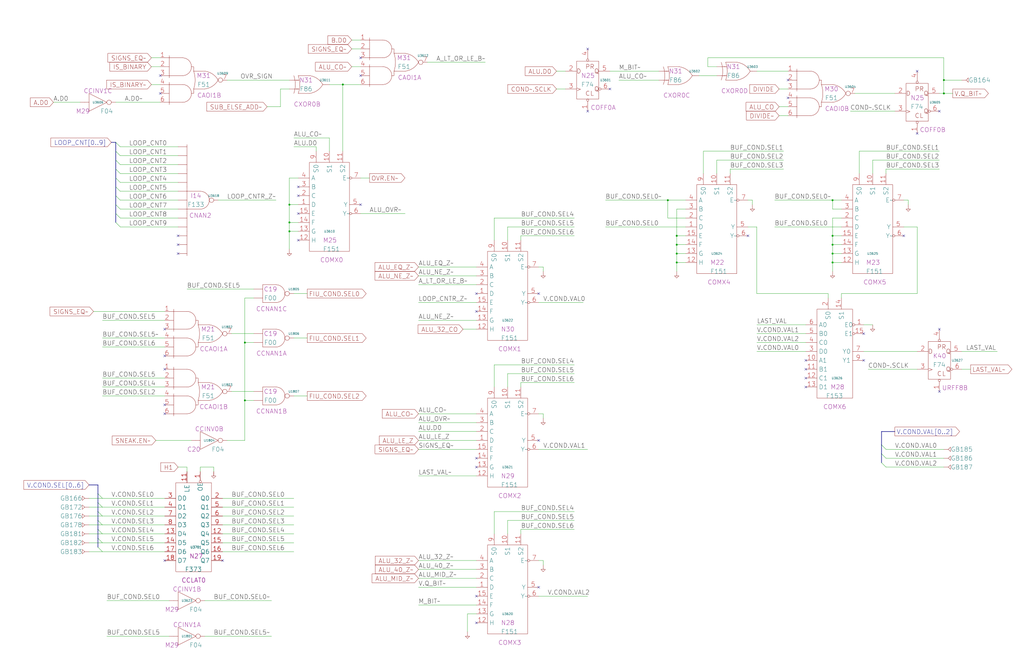
<source format=kicad_sch>
(kicad_sch (version 20230121) (generator eeschema)
  (paper "User" 584.2 378.46)
  (title_block (title "CONDITION LOGIC") (date "22-MAR-90") (rev "1.0") (comment 1 "VALUE") (comment 2 "232-003063") (comment 3 "S400") (comment 4 "RELEASED"))
  (lib_symbols
    (symbol "r1000:F00" (pin_numbers hide) (pin_names hide)
      (property "Reference" "U" (at 15.24 0 0))
      (property "Value" "F00" (at 1.905 -5.08 0))
      (property "Location" "___" (at 1.905 0 0))
      (property "Name" "______" (at 2.54 -12.7 0))
      (symbol "F00_1_1"
        (pin input line (at -7.62 0 0) (length 5.08) (name "D0") (number "1"))
        (pin input line (at -7.62 -5.08 0) (length 5.08) (name "D1") (number "2"))
        (pin output line (at 15.24 -2.54 180) (length 2.54) (name "Q") (number "3"))
      )
      (symbol "F00_1_2"
        (pin input line (at -7.62 0 0) (length 2.54) (name "D0") (number "1"))
        (pin input line (at -7.62 -5.08 0) (length 2.54) (name "D1") (number "2"))
        (pin output line (at 15.24 -2.54 180) (length 5.08) (name "Q") (number "3"))
      )
    )
    (symbol "r1000:F04" (pin_numbers hide) (pin_names hide)
      (property "Reference" "U" (at 0 0 0))
      (property "Value" "F04" (at 1.27 -5.08 0))
      (property "Location" "___" (at -12.7 -5.08 0))
      (property "Name" "______" (at 0 5.08 0))
      (symbol "F04_1_1"
        (pin input line (at -10.16 0 0) (length 2.54) (name "D0") (number "1"))
        (pin output line (at 10.16 0 180) (length 2.54) (name "Q") (number "2"))
      )
    )
    (symbol "r1000:F133" (pin_numbers hide) (pin_names hide)
      (property "Reference" "U" (at 12.7 2.54 0))
      (property "Value" "F133" (at 2.54 -2.54 0))
      (property "Location" "___" (at 2.54 2.54 0))
      (property "Name" "______" (at 5.08 -10.16 0))
      (symbol "F133_1_1"
        (pin input line (at -7.62 0 0) (length 5.08) (name "D6") (number "1"))
        (pin input line (at -7.62 30.48 0) (length 5.08) (name "D0") (number "10"))
        (pin input line (at -7.62 25.4 0) (length 5.08) (name "D1") (number "11"))
        (pin input line (at -7.62 20.32 0) (length 5.08) (name "D2") (number "12"))
        (pin input line (at -7.62 15.24 0) (length 5.08) (name "D3") (number "13"))
        (pin input line (at -7.62 10.16 0) (length 5.08) (name "D4") (number "14"))
        (pin input line (at -7.62 5.08 0) (length 5.08) (name "D5") (number "15"))
        (pin input line (at -7.62 -5.08 0) (length 5.08) (name "D7") (number "2"))
        (pin input line (at -7.62 -10.16 0) (length 5.08) (name "D8") (number "3"))
        (pin input line (at -7.62 -15.24 0) (length 5.08) (name "D9") (number "4"))
        (pin input line (at -7.62 -20.32 0) (length 5.08) (name "D10") (number "5"))
        (pin input line (at -7.62 -25.4 0) (length 5.08) (name "D11") (number "6"))
        (pin input line (at -7.62 -30.48 0) (length 5.08) (name "D12") (number "7"))
        (pin output line (at 15.24 0 180) (length 2.54) (name "Q") (number "8"))
      )
    )
    (symbol "r1000:F151" (pin_names (offset 1.016))
      (property "Reference" "U" (at 2.54 5.08 0))
      (property "Value" "F151" (at -1.27 -5.08 0))
      (property "Location" "___" (at -1.27 0 0))
      (property "Name" "______" (at 3.81 -12.7 0))
      (symbol "F151_1_1"
        (pin input line (at -15.24 20.32 0) (length 6.35) (name "D") (number "1"))
        (pin input line (at 2.54 50.8 270) (length 6.35) (name "S1") (number "10"))
        (pin input line (at 10.16 50.8 270) (length 6.35) (name "S2") (number "11"))
        (pin input line (at -15.24 0 0) (length 6.35) (name "H") (number "12"))
        (pin input line (at -15.24 5.08 0) (length 6.35) (name "G") (number "13"))
        (pin input line (at -15.24 10.16 0) (length 6.35) (name "F") (number "14"))
        (pin input line (at -15.24 15.24 0) (length 6.35) (name "E") (number "15"))
        (pin input line (at -15.24 25.4 0) (length 6.35) (name "C") (number "2"))
        (pin input line (at -15.24 30.48 0) (length 6.35) (name "B") (number "3"))
        (pin input line (at -15.24 35.56 0) (length 6.35) (name "A") (number "4"))
        (pin output line (at 20.32 20.32 180) (length 6.35) (name "Y") (number "5"))
        (pin output line (at 20.32 15.24 180) (length 5.08) (name "Y~") (number "6"))
        (pin input line (at 20.32 35.56 180) (length 5.08) (name "E~") (number "7"))
        (pin input line (at -5.08 50.8 270) (length 6.35) (name "S0") (number "9"))
      )
    )
    (symbol "r1000:F153" (pin_names (offset 1.016))
      (property "Reference" "U" (at 2.54 5.08 0))
      (property "Value" "F153" (at -3.81 -5.08 0))
      (property "Location" "___" (at -1.27 0 0))
      (property "Name" "______" (at 1.27 -12.7 0))
      (symbol "F153_1_1"
        (pin input line (at 17.78 35.56 180) (length 5.08) (name "E0") (number "1"))
        (pin input line (at -15.24 15.24 0) (length 6.35) (name "A1") (number "10"))
        (pin input line (at -15.24 10.16 0) (length 6.35) (name "B1") (number "11"))
        (pin input line (at -15.24 5.08 0) (length 6.35) (name "C1") (number "12"))
        (pin input line (at -15.24 0 0) (length 6.35) (name "D1") (number "13"))
        (pin input line (at 5.08 50.8 270) (length 6.35) (name "S1") (number "14"))
        (pin input line (at 17.78 30.48 180) (length 5.08) (name "E1") (number "15"))
        (pin input line (at -2.54 50.8 270) (length 6.35) (name "S0") (number "2"))
        (pin input line (at -15.24 20.32 0) (length 6.35) (name "D0") (number "3"))
        (pin input line (at -15.24 25.4 0) (length 6.35) (name "C0") (number "4"))
        (pin input line (at -15.24 30.48 0) (length 6.35) (name "B0") (number "5"))
        (pin input line (at -15.24 35.56 0) (length 6.35) (name "A0") (number "6"))
        (pin output line (at 17.78 20.32 180) (length 6.35) (name "Y0") (number "7"))
        (pin output line (at 17.78 15.24 180) (length 6.35) (name "Y1") (number "9"))
      )
    )
    (symbol "r1000:F373" (pin_names (offset 1.016))
      (property "Reference" "U" (at 2.54 5.08 0))
      (property "Value" "F373" (at -3.81 -7.62 0))
      (property "Location" "___" (at -1.27 0 0))
      (property "Name" "______" (at 1.27 -15.24 0))
      (symbol "F373_1_1"
        (pin input line (at 5.08 48.26 270) (length 5.08) (name "OE") (number "1"))
        (pin input line (at -2.54 48.26 270) (length 6.35) (name "LE") (number "11"))
        (pin tri_state line (at 17.78 12.7 180) (length 6.35) (name "Q4") (number "12"))
        (pin input line (at -15.24 12.7 0) (length 6.35) (name "D4") (number "13"))
        (pin input line (at -15.24 7.62 0) (length 6.35) (name "D5") (number "14"))
        (pin tri_state line (at 17.78 7.62 180) (length 6.35) (name "Q5") (number "15"))
        (pin tri_state line (at 17.78 2.54 180) (length 6.35) (name "Q6") (number "16"))
        (pin input line (at -15.24 2.54 0) (length 6.35) (name "D6") (number "17"))
        (pin input line (at -15.24 -2.54 0) (length 6.35) (name "D7") (number "18"))
        (pin tri_state line (at 17.78 -2.54 180) (length 6.35) (name "Q7") (number "19"))
        (pin tri_state line (at 17.78 33.02 180) (length 6.35) (name "Q0") (number "2"))
        (pin input line (at -15.24 33.02 0) (length 6.35) (name "D0") (number "3"))
        (pin input line (at -15.24 27.94 0) (length 6.35) (name "D1") (number "4"))
        (pin tri_state line (at 17.78 27.94 180) (length 6.35) (name "Q1") (number "5"))
        (pin tri_state line (at 17.78 22.86 180) (length 6.35) (name "Q2") (number "6"))
        (pin input line (at -15.24 22.86 0) (length 6.35) (name "D2") (number "7"))
        (pin input line (at -15.24 17.78 0) (length 6.35) (name "D3") (number "8"))
        (pin tri_state line (at 17.78 17.78 180) (length 6.35) (name "Q3") (number "9"))
      )
    )
    (symbol "r1000:F51" (pin_names hide)
      (property "Reference" "U" (at 12.7 1.27 0))
      (property "Value" "F51" (at 1.905 -5.08 0))
      (property "Location" "___" (at 1.905 0 0))
      (property "Name" "______" (at 5.08 -12.7 0))
      (symbol "F51_1_1"
        (pin input line (at -22.86 10.16 0) (length 2.54) (name "A1") (number "1"))
        (pin input line (at -22.86 5.08 0) (length 2.54) (name "A2") (number "2"))
        (pin input line (at -22.86 0 0) (length 2.54) (name "A3") (number "3"))
        (pin input line (at -22.86 -5.08 0) (length 2.54) (name "B1") (number "4"))
        (pin input line (at -22.86 -10.16 0) (length 2.54) (name "B2") (number "5"))
        (pin input line (at -22.86 -15.24 0) (length 2.54) (name "B3") (number "6"))
        (pin output line (at 15.24 -2.54 180) (length 2.54) (name "Q") (number "7"))
      )
    )
    (symbol "r1000:F74" (pin_names (offset 1.016) hide)
      (property "Reference" "U" (at 12.7 -2.54 0))
      (property "Value" "F74" (at -1.27 -5.08 0))
      (property "Location" "___" (at -1.27 0 0))
      (property "Name" "______" (at 11.43 -19.685 0))
      (symbol "F74_1_1"
        (text ">" (at -2.54 -7.62 0) (effects (font (size 2.54 2.54))))
        (text "C" (at 2.54 -10.16 0) (effects (font (size 2.54 2.54))))
        (text "D" (at -2.54 2.54 0) (effects (font (size 2.54 2.54))))
        (text "L" (at 5.08 -10.16 0) (effects (font (size 2.54 2.54))))
        (text "P" (at 2.54 5.08 0) (effects (font (size 2.54 2.54))))
        (text "Q" (at 7.62 -7.62 0) (effects (font (size 2.54 2.54))))
        (text "Q" (at 7.62 2.54 0) (effects (font (size 2.54 2.54))))
        (text "R" (at 5.08 5.08 0) (effects (font (size 2.54 2.54))))
        (pin input line (at 2.54 -20.32 90) (length 5.08) (name "CL_") (number "1"))
        (pin input line (at -10.16 2.54 0) (length 6.35) (name "D") (number "2"))
        (pin input line (at -10.16 -7.62 0) (length 6.35) (name "CLK") (number "3"))
        (pin input line (at 2.54 15.24 270) (length 5.08) (name "PR_") (number "4"))
        (pin output line (at 15.24 2.54 180) (length 6.35) (name "Q") (number "5"))
        (pin output line (at 15.24 -7.62 180) (length 5.08) (name "Q_") (number "6"))
      )
    )
    (symbol "r1000:F86" (pin_numbers hide) (pin_names hide)
      (property "Reference" "U" (at 12.7 2.54 0))
      (property "Value" "F86" (at 1.905 -2.54 0))
      (property "Location" "___" (at 1.905 2.54 0))
      (property "Name" "______" (at 2.54 -12.7 0))
      (symbol "F86_1_1"
        (pin input line (at -7.62 2.54 0) (length 5.08) (name "D0") (number "1"))
        (pin input line (at -7.62 -2.54 0) (length 5.08) (name "D1") (number "2"))
        (pin output line (at 15.24 0 180) (length 2.54) (name "Q") (number "3"))
      )
    )
    (symbol "r1000:GB" (pin_numbers hide) (pin_names (offset 0) hide)
      (property "Reference" "GB" (at 3.81 0 0))
      (symbol "GB_1_1"
        (pin bidirectional line (at 0 0 0) (length 2.54) (name "") (number "1"))
      )
    )
    (symbol "r1000:PD" (power) (pin_numbers hide) (pin_names hide) (in_bom no)
      (symbol "PD_1_1"
        (pin power_in line (at 0 0 270) (length 2.54) (name "PD") (number "1"))
      )
    )
  )
  (junction (at 386.08 149.86))
  (junction (at 381 114.3))
  (junction (at 538.48 53.34))
  (junction (at 139.7 195.58))
  (junction (at 195.58 48.26))
  (junction (at 139.7 228.6))
  (junction (at 538.48 45.72))
  (junction (at 386.08 134.62))
  (junction (at 386.08 139.7))
  (junction (at 474.98 149.86))
  (junction (at 165.1 132.08))
  (junction (at 474.98 114.3))
  (junction (at 474.98 144.78))
  (junction (at 165.1 127))
  (junction (at 474.98 139.7))
  (junction (at 474.98 134.62))
  (junction (at 165.1 116.84))
  (junction (at 386.08 144.78))
  (no_connect (at 459.74 210.82))
  (no_connect (at 271.78 266.7))
  (no_connect (at 523.24 40.64))
  (no_connect (at 271.78 177.8))
  (no_connect (at 515.62 134.62))
  (no_connect (at 93.98 320.04))
  (no_connect (at 535.94 63.5))
  (no_connect (at 335.28 27.94))
  (no_connect (at 101.6 139.7))
  (no_connect (at 93.98 187.96))
  (no_connect (at 347.98 50.8))
  (no_connect (at 271.78 261.62))
  (no_connect (at 205.74 116.84))
  (no_connect (at 93.98 231.14))
  (no_connect (at 205.74 43.18))
  (no_connect (at 127 320.04))
  (no_connect (at 205.74 33.02))
  (no_connect (at 523.24 76.2))
  (no_connect (at 459.74 215.9))
  (no_connect (at 449.58 55.88))
  (no_connect (at 459.74 205.74))
  (no_connect (at 101.6 144.78))
  (no_connect (at 271.78 340.36))
  (no_connect (at 307.34 335.28))
  (no_connect (at 170.18 111.76))
  (no_connect (at 91.44 53.34))
  (no_connect (at 93.98 203.2))
  (no_connect (at 93.98 210.82))
  (no_connect (at 535.94 187.96))
  (no_connect (at 170.18 137.16))
  (no_connect (at 535.94 223.52))
  (no_connect (at 93.98 236.22))
  (no_connect (at 307.34 251.46))
  (no_connect (at 492.76 205.74))
  (no_connect (at 170.18 121.92))
  (no_connect (at 492.76 190.5))
  (no_connect (at 449.58 45.72))
  (no_connect (at 459.74 220.98))
  (no_connect (at 271.78 167.64))
  (no_connect (at 101.6 134.62))
  (no_connect (at 335.28 63.5))
  (no_connect (at 307.34 167.64))
  (no_connect (at 271.78 355.6))
  (no_connect (at 426.72 134.62))
  (no_connect (at 170.18 106.68))
  (no_connect (at 91.44 43.18))
  (bus_entry (at 55.88 307.34) (size 2.54 2.54))
  (bus_entry (at 66.04 81.28) (size 2.54 2.54))
  (bus_entry (at 55.88 287.02) (size 2.54 2.54))
  (bus_entry (at 55.88 302.26) (size 2.54 2.54))
  (bus_entry (at 66.04 91.44) (size 2.54 2.54))
  (bus_entry (at 502.92 254) (size 2.54 2.54))
  (bus_entry (at 502.92 259.08) (size 2.54 2.54))
  (bus_entry (at 66.04 121.92) (size 2.54 2.54))
  (bus_entry (at 66.04 86.36) (size 2.54 2.54))
  (bus_entry (at 55.88 312.42) (size 2.54 2.54))
  (bus_entry (at 66.04 96.52) (size 2.54 2.54))
  (bus_entry (at 66.04 111.76) (size 2.54 2.54))
  (bus_entry (at 55.88 281.94) (size 2.54 2.54))
  (bus_entry (at 55.88 297.18) (size 2.54 2.54))
  (bus_entry (at 66.04 106.68) (size 2.54 2.54))
  (bus_entry (at 502.92 264.16) (size 2.54 2.54))
  (bus_entry (at 66.04 116.84) (size 2.54 2.54))
  (bus_entry (at 55.88 292.1) (size 2.54 2.54))
  (bus_entry (at 66.04 101.6) (size 2.54 2.54))
  (bus_entry (at 66.04 127) (size 2.54 2.54))
  (wire (pts (xy 238.76 157.48) (xy 271.78 157.48)))
  (wire (pts (xy 535.94 91.44) (xy 497.84 91.44)))
  (wire (pts (xy 129.54 251.46) (xy 139.7 251.46)))
  (wire (pts (xy 408.94 91.44) (xy 408.94 99.06)))
  (wire (pts (xy 381 114.3) (xy 391.16 114.3)))
  (wire (pts (xy 165.1 132.08) (xy 170.18 132.08)))
  (wire (pts (xy 238.76 345.44) (xy 271.78 345.44)))
  (wire (pts (xy 474.98 134.62) (xy 480.06 134.62)))
  (wire (pts (xy 523.24 129.54) (xy 515.62 129.54)))
  (wire (pts (xy 391.16 119.38) (xy 386.08 119.38)))
  (wire (pts (xy 238.76 246.38) (xy 271.78 246.38)))
  (wire (pts (xy 88.9 251.46) (xy 109.22 251.46)))
  (wire (pts (xy 381 124.46) (xy 381 114.3)))
  (wire (pts (xy 345.44 114.3) (xy 381 114.3)))
  (wire (pts (xy 116.84 363.22) (xy 154.94 363.22)))
  (wire (pts (xy 127 309.88) (xy 167.64 309.88)))
  (wire (pts (xy 297.18 218.44) (xy 327.66 218.44)))
  (wire (pts (xy 431.8 195.58) (xy 459.74 195.58)))
  (wire (pts (xy 238.76 325.12) (xy 271.78 325.12)))
  (wire (pts (xy 167.64 193.04) (xy 175.26 193.04)))
  (wire (pts (xy 167.64 226.06) (xy 175.26 226.06)))
  (wire (pts (xy 167.64 78.74) (xy 187.96 78.74)))
  (wire (pts (xy 297.18 218.44) (xy 297.18 220.98)))
  (wire (pts (xy 480.06 124.46) (xy 474.98 124.46)))
  (wire (pts (xy 58.42 226.06) (xy 93.98 226.06)))
  (wire (pts (xy 317.5 50.8) (xy 322.58 50.8)))
  (wire (pts (xy 30.48 58.42) (xy 45.72 58.42)))
  (wire (pts (xy 139.7 170.18) (xy 144.78 170.18)))
  (wire (pts (xy 124.46 114.3) (xy 157.48 114.3)))
  (wire (pts (xy 238.76 256.54) (xy 271.78 256.54)))
  (wire (pts (xy 66.04 58.42) (xy 91.44 58.42)))
  (wire (pts (xy 289.56 129.54) (xy 289.56 137.16)))
  (wire (pts (xy 535.94 53.34) (xy 538.48 53.34)))
  (wire (pts (xy 474.98 144.78) (xy 474.98 149.86)))
  (bus (pts (xy 55.88 302.26) (xy 55.88 307.34)))
  (wire (pts (xy 474.98 139.7) (xy 480.06 139.7)))
  (wire (pts (xy 474.98 149.86) (xy 474.98 154.94)))
  (wire (pts (xy 307.34 340.36) (xy 335.28 340.36)))
  (wire (pts (xy 58.42 215.9) (xy 93.98 215.9)))
  (wire (pts (xy 447.04 96.52) (xy 416.56 96.52)))
  (wire (pts (xy 238.76 335.28) (xy 271.78 335.28)))
  (wire (pts (xy 58.42 309.88) (xy 93.98 309.88)))
  (wire (pts (xy 86.36 48.26) (xy 91.44 48.26)))
  (wire (pts (xy 309.88 154.94) (xy 309.88 152.4)))
  (wire (pts (xy 426.72 114.3) (xy 429.26 114.3)))
  (wire (pts (xy 307.34 152.4) (xy 309.88 152.4)))
  (wire (pts (xy 297.18 134.62) (xy 297.18 137.16)))
  (wire (pts (xy 68.58 114.3) (xy 101.6 114.3)))
  (wire (pts (xy 129.54 45.72) (xy 165.1 45.72)))
  (wire (pts (xy 538.48 53.34) (xy 543.56 53.34)))
  (wire (pts (xy 345.44 129.54) (xy 391.16 129.54)))
  (wire (pts (xy 238.76 320.04) (xy 271.78 320.04)))
  (wire (pts (xy 391.16 134.62) (xy 386.08 134.62)))
  (wire (pts (xy 58.42 193.04) (xy 93.98 193.04)))
  (wire (pts (xy 431.8 185.42) (xy 459.74 185.42)))
  (wire (pts (xy 444.5 50.8) (xy 449.58 50.8)))
  (wire (pts (xy 165.1 127) (xy 165.1 132.08)))
  (wire (pts (xy 281.94 124.46) (xy 281.94 137.16)))
  (wire (pts (xy 281.94 208.28) (xy 281.94 220.98)))
  (bus (pts (xy 66.04 91.44) (xy 66.04 96.52)))
  (bus (pts (xy 66.04 96.52) (xy 66.04 101.6)))
  (wire (pts (xy 243.84 35.56) (xy 276.86 35.56)))
  (wire (pts (xy 548.64 210.82) (xy 553.72 210.82)))
  (wire (pts (xy 548.64 200.66) (xy 568.96 200.66)))
  (wire (pts (xy 289.56 297.18) (xy 289.56 304.8)))
  (wire (pts (xy 58.42 289.56) (xy 93.98 289.56)))
  (wire (pts (xy 139.7 195.58) (xy 139.7 170.18)))
  (bus (pts (xy 50.8 276.86) (xy 55.88 276.86)))
  (wire (pts (xy 281.94 292.1) (xy 327.66 292.1)))
  (wire (pts (xy 474.98 139.7) (xy 474.98 144.78)))
  (wire (pts (xy 58.42 284.48) (xy 93.98 284.48)))
  (wire (pts (xy 121.92 266.7) (xy 114.3 266.7)))
  (wire (pts (xy 187.96 48.26) (xy 195.58 48.26)))
  (wire (pts (xy 431.8 129.54) (xy 431.8 167.64)))
  (wire (pts (xy 132.08 190.5) (xy 144.78 190.5)))
  (bus (pts (xy 55.88 292.1) (xy 55.88 297.18)))
  (wire (pts (xy 307.34 256.54) (xy 335.28 256.54)))
  (wire (pts (xy 289.56 297.18) (xy 327.66 297.18)))
  (bus (pts (xy 55.88 307.34) (xy 55.88 312.42)))
  (bus (pts (xy 66.04 86.36) (xy 66.04 91.44)))
  (wire (pts (xy 386.08 149.86) (xy 386.08 154.94)))
  (wire (pts (xy 127 294.64) (xy 167.64 294.64)))
  (bus (pts (xy 55.88 287.02) (xy 55.88 292.1)))
  (wire (pts (xy 266.7 360.68) (xy 266.7 350.52)))
  (wire (pts (xy 238.76 271.78) (xy 271.78 271.78)))
  (wire (pts (xy 139.7 228.6) (xy 139.7 195.58)))
  (wire (pts (xy 474.98 114.3) (xy 480.06 114.3)))
  (wire (pts (xy 474.98 144.78) (xy 480.06 144.78)))
  (wire (pts (xy 58.42 304.8) (xy 93.98 304.8)))
  (wire (pts (xy 195.58 48.26) (xy 205.74 48.26)))
  (wire (pts (xy 307.34 320.04) (xy 309.88 320.04)))
  (wire (pts (xy 127 314.96) (xy 167.64 314.96)))
  (wire (pts (xy 444.5 60.96) (xy 449.58 60.96)))
  (bus (pts (xy 55.88 281.94) (xy 55.88 287.02)))
  (wire (pts (xy 50.8 304.8) (xy 58.42 304.8)))
  (wire (pts (xy 518.16 116.84) (xy 518.16 114.3)))
  (wire (pts (xy 474.98 149.86) (xy 480.06 149.86)))
  (wire (pts (xy 490.22 86.36) (xy 490.22 99.06)))
  (wire (pts (xy 167.64 83.82) (xy 180.34 83.82)))
  (wire (pts (xy 535.94 86.36) (xy 490.22 86.36)))
  (wire (pts (xy 121.92 269.24) (xy 121.92 266.7)))
  (wire (pts (xy 165.1 101.6) (xy 165.1 116.84)))
  (wire (pts (xy 60.96 363.22) (xy 96.52 363.22)))
  (wire (pts (xy 289.56 213.36) (xy 327.66 213.36)))
  (wire (pts (xy 58.42 198.12) (xy 93.98 198.12)))
  (wire (pts (xy 398.78 43.18) (xy 408.94 43.18)))
  (wire (pts (xy 289.56 213.36) (xy 289.56 220.98)))
  (wire (pts (xy 68.58 129.54) (xy 101.6 129.54)))
  (wire (pts (xy 160.02 50.8) (xy 165.1 50.8)))
  (wire (pts (xy 492.76 185.42) (xy 497.84 185.42)))
  (wire (pts (xy 264.16 187.96) (xy 271.78 187.96)))
  (wire (pts (xy 431.8 200.66) (xy 459.74 200.66)))
  (wire (pts (xy 386.08 144.78) (xy 386.08 149.86)))
  (wire (pts (xy 114.3 266.7) (xy 114.3 269.24)))
  (wire (pts (xy 101.6 266.7) (xy 106.68 266.7)))
  (wire (pts (xy 408.94 38.1) (xy 403.86 38.1)))
  (wire (pts (xy 106.68 266.7) (xy 106.68 269.24)))
  (wire (pts (xy 68.58 93.98) (xy 101.6 93.98)))
  (wire (pts (xy 495.3 210.82) (xy 523.24 210.82)))
  (wire (pts (xy 50.8 294.64) (xy 58.42 294.64)))
  (wire (pts (xy 68.58 83.82) (xy 101.6 83.82)))
  (wire (pts (xy 50.8 299.72) (xy 58.42 299.72)))
  (bus (pts (xy 502.92 246.38) (xy 502.92 254)))
  (wire (pts (xy 86.36 38.1) (xy 91.44 38.1)))
  (bus (pts (xy 66.04 101.6) (xy 66.04 106.68)))
  (wire (pts (xy 281.94 124.46) (xy 327.66 124.46)))
  (wire (pts (xy 106.68 165.1) (xy 144.78 165.1)))
  (wire (pts (xy 238.76 251.46) (xy 271.78 251.46)))
  (wire (pts (xy 238.76 152.4) (xy 271.78 152.4)))
  (wire (pts (xy 68.58 109.22) (xy 101.6 109.22)))
  (wire (pts (xy 60.96 342.9) (xy 96.52 342.9)))
  (wire (pts (xy 538.48 266.7) (xy 505.46 266.7)))
  (wire (pts (xy 127 289.56) (xy 167.64 289.56)))
  (wire (pts (xy 441.96 129.54) (xy 480.06 129.54)))
  (wire (pts (xy 538.48 33.02) (xy 538.48 45.72)))
  (wire (pts (xy 403.86 33.02) (xy 538.48 33.02)))
  (wire (pts (xy 50.8 314.96) (xy 58.42 314.96)))
  (wire (pts (xy 289.56 129.54) (xy 327.66 129.54)))
  (bus (pts (xy 66.04 81.28) (xy 66.04 86.36)))
  (wire (pts (xy 160.02 60.96) (xy 160.02 50.8)))
  (wire (pts (xy 515.62 114.3) (xy 518.16 114.3)))
  (wire (pts (xy 116.84 342.9) (xy 154.94 342.9)))
  (wire (pts (xy 238.76 241.3) (xy 271.78 241.3)))
  (wire (pts (xy 317.5 40.64) (xy 322.58 40.64)))
  (wire (pts (xy 152.4 60.96) (xy 160.02 60.96)))
  (wire (pts (xy 281.94 292.1) (xy 281.94 304.8)))
  (wire (pts (xy 386.08 134.62) (xy 386.08 139.7)))
  (wire (pts (xy 238.76 182.88) (xy 271.78 182.88)))
  (wire (pts (xy 497.84 91.44) (xy 497.84 99.06)))
  (wire (pts (xy 403.86 38.1) (xy 403.86 33.02)))
  (wire (pts (xy 431.8 167.64) (xy 472.44 167.64)))
  (wire (pts (xy 238.76 330.2) (xy 271.78 330.2)))
  (wire (pts (xy 200.66 27.94) (xy 205.74 27.94)))
  (wire (pts (xy 50.8 284.48) (xy 58.42 284.48)))
  (wire (pts (xy 485.14 63.5) (xy 510.54 63.5)))
  (wire (pts (xy 180.34 83.82) (xy 180.34 86.36)))
  (wire (pts (xy 386.08 144.78) (xy 391.16 144.78)))
  (wire (pts (xy 195.58 48.26) (xy 195.58 86.36)))
  (wire (pts (xy 429.26 116.84) (xy 429.26 114.3)))
  (wire (pts (xy 401.32 86.36) (xy 401.32 99.06)))
  (wire (pts (xy 68.58 99.06) (xy 101.6 99.06)))
  (wire (pts (xy 167.64 167.64) (xy 175.26 167.64)))
  (wire (pts (xy 187.96 78.74) (xy 187.96 86.36)))
  (bus (pts (xy 66.04 116.84) (xy 66.04 121.92)))
  (wire (pts (xy 50.8 289.56) (xy 58.42 289.56)))
  (wire (pts (xy 391.16 124.46) (xy 381 124.46)))
  (wire (pts (xy 386.08 139.7) (xy 386.08 144.78)))
  (wire (pts (xy 353.06 45.72) (xy 375.92 45.72)))
  (wire (pts (xy 426.72 129.54) (xy 431.8 129.54)))
  (wire (pts (xy 165.1 127) (xy 170.18 127)))
  (wire (pts (xy 139.7 195.58) (xy 144.78 195.58)))
  (wire (pts (xy 205.74 38.1) (xy 200.66 38.1)))
  (wire (pts (xy 444.5 66.04) (xy 449.58 66.04)))
  (wire (pts (xy 474.98 119.38) (xy 480.06 119.38)))
  (wire (pts (xy 205.74 121.92) (xy 231.14 121.92)))
  (wire (pts (xy 472.44 167.64) (xy 472.44 170.18)))
  (wire (pts (xy 505.46 96.52) (xy 505.46 99.06)))
  (wire (pts (xy 523.24 167.64) (xy 480.06 167.64)))
  (wire (pts (xy 132.08 223.52) (xy 144.78 223.52)))
  (wire (pts (xy 68.58 124.46) (xy 101.6 124.46)))
  (wire (pts (xy 50.8 309.88) (xy 58.42 309.88)))
  (wire (pts (xy 68.58 104.14) (xy 101.6 104.14)))
  (wire (pts (xy 165.1 116.84) (xy 170.18 116.84)))
  (wire (pts (xy 53.34 177.8) (xy 93.98 177.8)))
  (bus (pts (xy 63.5 81.28) (xy 66.04 81.28)))
  (wire (pts (xy 474.98 114.3) (xy 474.98 119.38)))
  (wire (pts (xy 127 299.72) (xy 167.64 299.72)))
  (wire (pts (xy 297.18 302.26) (xy 297.18 304.8)))
  (bus (pts (xy 66.04 106.68) (xy 66.04 111.76)))
  (bus (pts (xy 502.92 259.08) (xy 502.92 264.16)))
  (wire (pts (xy 266.7 350.52) (xy 271.78 350.52)))
  (wire (pts (xy 238.76 236.22) (xy 271.78 236.22)))
  (wire (pts (xy 58.42 182.88) (xy 93.98 182.88)))
  (wire (pts (xy 416.56 96.52) (xy 416.56 99.06)))
  (wire (pts (xy 139.7 251.46) (xy 139.7 228.6)))
  (wire (pts (xy 58.42 299.72) (xy 93.98 299.72)))
  (wire (pts (xy 538.48 45.72) (xy 538.48 53.34)))
  (wire (pts (xy 538.48 256.54) (xy 505.46 256.54)))
  (wire (pts (xy 307.34 172.72) (xy 332.74 172.72)))
  (wire (pts (xy 386.08 119.38) (xy 386.08 134.62)))
  (wire (pts (xy 58.42 314.96) (xy 93.98 314.96)))
  (wire (pts (xy 487.68 53.34) (xy 510.54 53.34)))
  (wire (pts (xy 205.74 101.6) (xy 210.82 101.6)))
  (wire (pts (xy 431.8 190.5) (xy 459.74 190.5)))
  (wire (pts (xy 441.96 114.3) (xy 474.98 114.3)))
  (wire (pts (xy 447.04 91.44) (xy 408.94 91.44)))
  (wire (pts (xy 165.1 116.84) (xy 165.1 127)))
  (bus (pts (xy 66.04 121.92) (xy 66.04 127)))
  (bus (pts (xy 55.88 297.18) (xy 55.88 302.26)))
  (wire (pts (xy 297.18 134.62) (xy 327.66 134.62)))
  (wire (pts (xy 492.76 200.66) (xy 523.24 200.66)))
  (wire (pts (xy 170.18 101.6) (xy 165.1 101.6)))
  (bus (pts (xy 55.88 276.86) (xy 55.88 281.94)))
  (wire (pts (xy 281.94 208.28) (xy 327.66 208.28)))
  (wire (pts (xy 474.98 124.46) (xy 474.98 134.62)))
  (wire (pts (xy 68.58 119.38) (xy 101.6 119.38)))
  (wire (pts (xy 309.88 322.58) (xy 309.88 320.04)))
  (wire (pts (xy 523.24 129.54) (xy 523.24 167.64)))
  (wire (pts (xy 347.98 40.64) (xy 375.92 40.64)))
  (wire (pts (xy 538.48 261.62) (xy 505.46 261.62)))
  (wire (pts (xy 386.08 149.86) (xy 391.16 149.86)))
  (wire (pts (xy 238.76 162.56) (xy 271.78 162.56)))
  (wire (pts (xy 307.34 236.22) (xy 309.88 236.22)))
  (wire (pts (xy 548.64 45.72) (xy 538.48 45.72)))
  (bus (pts (xy 66.04 111.76) (xy 66.04 116.84)))
  (wire (pts (xy 86.36 33.02) (xy 91.44 33.02)))
  (wire (pts (xy 535.94 96.52) (xy 505.46 96.52)))
  (wire (pts (xy 386.08 139.7) (xy 391.16 139.7)))
  (wire (pts (xy 297.18 302.26) (xy 327.66 302.26)))
  (bus (pts (xy 502.92 246.38) (xy 510.54 246.38)))
  (wire (pts (xy 127 304.8) (xy 167.64 304.8)))
  (wire (pts (xy 58.42 294.64) (xy 93.98 294.64)))
  (wire (pts (xy 139.7 228.6) (xy 144.78 228.6)))
  (wire (pts (xy 165.1 132.08) (xy 165.1 142.24)))
  (wire (pts (xy 474.98 134.62) (xy 474.98 139.7)))
  (wire (pts (xy 238.76 172.72) (xy 271.78 172.72)))
  (wire (pts (xy 58.42 220.98) (xy 93.98 220.98)))
  (wire (pts (xy 205.74 22.86) (xy 200.66 22.86)))
  (wire (pts (xy 447.04 86.36) (xy 401.32 86.36)))
  (wire (pts (xy 127 284.48) (xy 167.64 284.48)))
  (wire (pts (xy 309.88 238.76) (xy 309.88 236.22)))
  (wire (pts (xy 68.58 88.9) (xy 101.6 88.9)))
  (bus (pts (xy 502.92 254) (xy 502.92 259.08)))
  (wire (pts (xy 480.06 167.64) (xy 480.06 170.18)))
  (wire (pts (xy 431.8 40.64) (xy 449.58 40.64)))
  (label "ALU_CO~" (at 238.76 236.22 0) (effects (font (size 2.54 2.54))))
  (label "BUF_COND.SEL1" (at 132.08 289.56 0) (effects (font (size 2.54 2.54))))
  (label "ALU_32_Z~" (at 238.76 320.04 0) (effects (font (size 2.54 2.54))))
  (label "ALU_MID_Z~" (at 238.76 330.2 0) (effects (font (size 2.54 2.54))))
  (label "BUF_COND.SEL5" (at 132.08 309.88 0) (effects (font (size 2.54 2.54))))
  (label "ALU_CO~" (at 167.64 78.74 0) (effects (font (size 2.54 2.54))))
  (label "A.D0~" (at 71.12 58.42 0) (effects (font (size 2.54 2.54))))
  (label "BUF_COND.SEL2" (at 132.08 294.64 0) (effects (font (size 2.54 2.54))))
  (label "BUF_COND.SEL0" (at 60.96 342.9 0) (effects (font (size 2.54 2.54))))
  (label "A_LT_OR_LE_B~" (at 248.92 35.56 0) (effects (font (size 2.54 2.54))))
  (label "V.COND.SEL1" (at 63.5 289.56 0) (effects (font (size 2.54 2.54))))
  (label "BUF_COND.SEL1" (at 416.56 86.36 0) (effects (font (size 2.54 2.54))))
  (label "LAST_VAL" (at 551.18 200.66 0) (effects (font (size 2.54 2.54))))
  (label "BUF_COND.SEL5" (at 58.42 215.9 0) (effects (font (size 2.54 2.54))))
  (label "LOOP_CNT0" (at 73.66 83.82 0) (effects (font (size 2.54 2.54))))
  (label "OVR_SIGN" (at 137.16 45.72 0) (effects (font (size 2.54 2.54))))
  (label "V.COND.VAL0" (at 309.88 172.72 0) (effects (font (size 2.54 2.54))))
  (label "V.COND.VAL0" (at 510.54 256.54 0) (effects (font (size 2.54 2.54))))
  (label "LOOP_CNT6" (at 73.66 114.3 0) (effects (font (size 2.54 2.54))))
  (label "LOOP_CNT4" (at 73.66 104.14 0) (effects (font (size 2.54 2.54))))
  (label "LAST_VAL" (at 431.8 185.42 0) (effects (font (size 2.54 2.54))))
  (label "BUF_COND.SEL3" (at 416.56 96.52 0) (effects (font (size 2.54 2.54))))
  (label "BUF_COND.SEL3" (at 505.46 96.52 0) (effects (font (size 2.54 2.54))))
  (label "V.COND.SEL4" (at 63.5 304.8 0) (effects (font (size 2.54 2.54))))
  (label "ALU_NE_Z~" (at 238.76 157.48 0) (effects (font (size 2.54 2.54))))
  (label "ALU.D0" (at 238.76 246.38 0) (effects (font (size 2.54 2.54))))
  (label "BUF_COND.SEL5" (at 106.68 165.1 0) (effects (font (size 2.54 2.54))))
  (label "BUF_COND.SEL2" (at 416.56 91.44 0) (effects (font (size 2.54 2.54))))
  (label "BUF_COND.SEL4" (at 132.08 304.8 0) (effects (font (size 2.54 2.54))))
  (label "ALU_EQ_Z~" (at 238.76 152.4 0) (effects (font (size 2.54 2.54))))
  (label "V.COND.VAL1" (at 431.8 190.5 0) (effects (font (size 2.54 2.54))))
  (label "V.COND.VAL2" (at 312.42 340.36 0) (effects (font (size 2.54 2.54))))
  (label "LOOP_CNT9" (at 73.66 129.54 0) (effects (font (size 2.54 2.54))))
  (label "ALU_NE_Z~" (at 238.76 182.88 0) (effects (font (size 2.54 2.54))))
  (label "V.COND.SEL2" (at 63.5 294.64 0) (effects (font (size 2.54 2.54))))
  (label "V.COND.VAL1" (at 309.88 256.54 0) (effects (font (size 2.54 2.54))))
  (label "BUF_COND.SEL0~" (at 345.44 114.3 0) (effects (font (size 2.54 2.54))))
  (label "LOOP_CNTR_Z~" (at 238.76 172.72 0) (effects (font (size 2.54 2.54))))
  (label "V.COND.VAL1" (at 510.54 261.62 0) (effects (font (size 2.54 2.54))))
  (label "V.COND.VAL2" (at 510.54 266.7 0) (effects (font (size 2.54 2.54))))
  (label "BUF_COND.SEL6" (at 297.18 134.62 0) (effects (font (size 2.54 2.54))))
  (label "ALU_40_Z~" (at 238.76 325.12 0) (effects (font (size 2.54 2.54))))
  (label "LOOP_CNT3" (at 73.66 99.06 0) (effects (font (size 2.54 2.54))))
  (label "BUF_COND.SEL6" (at 58.42 198.12 0) (effects (font (size 2.54 2.54))))
  (label "BUF_COND.SEL0" (at 132.08 284.48 0) (effects (font (size 2.54 2.54))))
  (label "BUF_COND.SEL0~" (at 441.96 114.3 0) (effects (font (size 2.54 2.54))))
  (label "V.COND.SEL3" (at 63.5 299.72 0) (effects (font (size 2.54 2.54))))
  (label "BUF_COND.SEL1" (at 505.46 86.36 0) (effects (font (size 2.54 2.54))))
  (label "BUF_COND.SEL5" (at 58.42 182.88 0) (effects (font (size 2.54 2.54))))
  (label "LOOP_CNT2" (at 73.66 93.98 0) (effects (font (size 2.54 2.54))))
  (label "BUF_COND.SEL5" (at 297.18 129.54 0) (effects (font (size 2.54 2.54))))
  (label "BUF_COND.SEL4" (at 58.42 220.98 0) (effects (font (size 2.54 2.54))))
  (label "LOOP_CNT7" (at 73.66 119.38 0) (effects (font (size 2.54 2.54))))
  (label "V.Q_BIT~" (at 238.76 335.28 0) (effects (font (size 2.54 2.54))))
  (label "BUF_COND.SEL6" (at 132.08 314.96 0) (effects (font (size 2.54 2.54))))
  (label "M_BIT~" (at 353.06 40.64 0) (effects (font (size 2.54 2.54))))
  (label "ALU_CO~" (at 353.06 45.72 0) (effects (font (size 2.54 2.54))))
  (label "LOOP_CNT8" (at 73.66 124.46 0) (effects (font (size 2.54 2.54))))
  (label "BUF_COND.SEL6" (at 297.18 218.44 0) (effects (font (size 2.54 2.54))))
  (label "LAST_VAL~" (at 238.76 271.78 0) (effects (font (size 2.54 2.54))))
  (label "V.COND.VAL0" (at 431.8 200.66 0) (effects (font (size 2.54 2.54))))
  (label "COND~.SCLK" (at 485.14 63.5 0) (effects (font (size 2.54 2.54))))
  (label "M_BIT~" (at 238.76 345.44 0) (effects (font (size 2.54 2.54))))
  (label "ALU.D0" (at 167.64 83.82 0) (effects (font (size 2.54 2.54))))
  (label "BUF_COND.SEL6" (at 297.18 302.26 0) (effects (font (size 2.54 2.54))))
  (label "BUF_COND.SEL5~" (at 121.92 363.22 0) (effects (font (size 2.54 2.54))))
  (label "BUF_COND.SEL0~" (at 121.92 342.9 0) (effects (font (size 2.54 2.54))))
  (label "V.COND.SEL0" (at 63.5 284.48 0) (effects (font (size 2.54 2.54))))
  (label "COND~.SCLK" (at 495.3 210.82 0) (effects (font (size 2.54 2.54))))
  (label "ALU_OVR~" (at 238.76 241.3 0) (effects (font (size 2.54 2.54))))
  (label "BUF_COND.SEL2" (at 58.42 226.06 0) (effects (font (size 2.54 2.54))))
  (label "BUF_COND.SEL4" (at 297.18 208.28 0) (effects (font (size 2.54 2.54))))
  (label "BUF_COND.SEL5" (at 297.18 213.36 0) (effects (font (size 2.54 2.54))))
  (label "BUF_COND.SEL5" (at 297.18 297.18 0) (effects (font (size 2.54 2.54))))
  (label "BUF_COND.SEL4" (at 297.18 292.1 0) (effects (font (size 2.54 2.54))))
  (label "LOOP_CNT1" (at 73.66 88.9 0) (effects (font (size 2.54 2.54))))
  (label "V.COND.SEL5" (at 63.5 309.88 0) (effects (font (size 2.54 2.54))))
  (label "BUF_COND.SEL0" (at 345.44 129.54 0) (effects (font (size 2.54 2.54))))
  (label "V.COND.VAL2" (at 431.8 195.58 0) (effects (font (size 2.54 2.54))))
  (label "BUF_COND.SEL5~" (at 58.42 193.04 0) (effects (font (size 2.54 2.54))))
  (label "BUF_COND.SEL3" (at 132.08 299.72 0) (effects (font (size 2.54 2.54))))
  (label "SIGNS_EQ~" (at 238.76 256.54 0) (effects (font (size 2.54 2.54))))
  (label "A_LT_OR_LE_B~" (at 238.76 162.56 0) (effects (font (size 2.54 2.54))))
  (label "BUF_COND.SEL2" (at 505.46 91.44 0) (effects (font (size 2.54 2.54))))
  (label "BUF_COND.SEL0" (at 441.96 129.54 0) (effects (font (size 2.54 2.54))))
  (label "BUF_COND.SEL4" (at 297.18 124.46 0) (effects (font (size 2.54 2.54))))
  (label "ALU_OVR~" (at 210.82 121.92 0) (effects (font (size 2.54 2.54))))
  (label "BUF_COND.SEL5" (at 60.96 363.22 0) (effects (font (size 2.54 2.54))))
  (label "A.D0" (at 30.48 58.42 0) (effects (font (size 2.54 2.54))))
  (label "LOOP_CNTR_Z~" (at 129.54 114.3 0) (effects (font (size 2.54 2.54))))
  (label "ALU_LE_Z" (at 238.76 251.46 0) (effects (font (size 2.54 2.54))))
  (label "V.COND.SEL6" (at 63.5 314.96 0) (effects (font (size 2.54 2.54))))
  (label "LOOP_CNT5" (at 73.66 109.22 0) (effects (font (size 2.54 2.54))))
  (global_label "ALU_40_Z~" (shape input) (at 238.76 325.12 180) (effects (font (size 2.54 2.54))) (property "Intersheetrefs" "${INTERSHEET_REFS}" (at 213.1135 325.12 0) (effects (justify right))))
  (global_label "ALU_NE_Z~" (shape input) (at 238.76 157.48 180) (effects (font (size 2.54 2.54))) (property "Intersheetrefs" "${INTERSHEET_REFS}" (at 212.9924 157.48 0) (effects (justify right))))
  (global_label "COND~.SCLK" (shape input) (at 317.5 50.8 180) (effects (font (size 2.54 2.54))) (property "Intersheetrefs" "${INTERSHEET_REFS}" (at 289.693 50.6413 0) (effects (font (size 1.905 1.905)) (justify right))))
  (global_label "ALU_EQ_Z~" (shape input) (at 238.76 152.4 180) (effects (font (size 2.54 2.54))) (property "Intersheetrefs" "${INTERSHEET_REFS}" (at 212.9924 152.4 0) (effects (justify right))))
  (global_label "DIVIDE~" (shape input) (at 444.5 66.04 180) (effects (font (size 2.54 2.54))) (property "Intersheetrefs" "${INTERSHEET_REFS}" (at 425.8854 65.8813 0) (effects (font (size 1.905 1.905)) (justify right))))
  (global_label "B.D0" (shape input) (at 200.66 22.86 180) (effects (font (size 2.54 2.54))) (property "Intersheetrefs" "${INTERSHEET_REFS}" (at 186.141 22.86 0) (effects (justify right))))
  (global_label "IS_BINARY~" (shape input) (at 86.36 48.26 180) (effects (font (size 2.54 2.54))) (property "Intersheetrefs" "${INTERSHEET_REFS}" (at 60.8511 48.1013 0) (effects (font (size 1.905 1.905)) (justify right))))
  (global_label "V.Q_BIT~" (shape output) (at 543.56 53.34 0) (effects (font (size 2.54 2.54))) (property "Intersheetrefs" "${INTERSHEET_REFS}" (at 563.8679 53.1813 0) (effects (font (size 1.905 1.905)) (justify left))))
  (global_label "FIU_COND.SEL1" (shape output) (at 175.26 193.04 0) (effects (font (size 2.54 2.54))) (property "Intersheetrefs" "${INTERSHEET_REFS}" (at 208.8727 192.8813 0) (effects (font (size 1.905 1.905)) (justify left))))
  (global_label "FIU_COND.SEL0" (shape output) (at 175.26 167.64 0) (effects (font (size 2.54 2.54))) (property "Intersheetrefs" "${INTERSHEET_REFS}" (at 208.8727 167.4813 0) (effects (font (size 1.905 1.905)) (justify left))))
  (global_label "OVR.EN~" (shape output) (at 210.82 101.6 0) (effects (font (size 2.54 2.54))) (property "Intersheetrefs" "${INTERSHEET_REFS}" (at 231.9915 101.6 0) (effects (font (size 1.905 1.905)) (justify left))))
  (global_label "ALU_LE_Z" (shape input) (at 238.76 251.46 180) (effects (font (size 2.54 2.54))) (property "Intersheetrefs" "${INTERSHEET_REFS}" (at 215.4115 251.46 0) (effects (justify right))))
  (global_label "ALU.D0" (shape input) (at 317.5 40.64 180) (effects (font (size 2.54 2.54))) (property "Intersheetrefs" "${INTERSHEET_REFS}" (at 298.6267 40.64 0) (effects (justify right))))
  (global_label "V.COND.VAL[0..2]" (shape output) (at 510.54 246.38 0) (effects (font (size 2.54 2.54))) (property "Intersheetrefs" "${INTERSHEET_REFS}" (at 547.4184 246.2213 0) (effects (font (size 1.905 1.905)) (justify left))))
  (global_label "ALU_CO~" (shape input) (at 238.76 236.22 180) (effects (font (size 2.54 2.54))) (property "Intersheetrefs" "${INTERSHEET_REFS}" (at 217.1047 236.22 0) (effects (justify right))))
  (global_label "H1" (shape input) (at 101.6 266.7 180) (effects (font (size 2.54 2.54))) (property "Intersheetrefs" "${INTERSHEET_REFS}" (at 91.694 266.5413 0) (effects (font (size 1.905 1.905)) (justify right))))
  (global_label "SNEAK.EN~" (shape input) (at 88.9 251.46 180) (effects (font (size 2.54 2.54))) (property "Intersheetrefs" "${INTERSHEET_REFS}" (at 63.9959 251.3013 0) (effects (font (size 1.905 1.905)) (justify right))))
  (global_label "SUB_ELSE_ADD~" (shape input) (at 152.4 60.96 180) (effects (font (size 2.54 2.54))) (property "Intersheetrefs" "${INTERSHEET_REFS}" (at 117.9407 60.8013 0) (effects (font (size 1.905 1.905)) (justify right))))
  (global_label "ALU_MID_Z~" (shape input) (at 238.76 330.2 180) (effects (font (size 2.54 2.54))) (property "Intersheetrefs" "${INTERSHEET_REFS}" (at 211.2991 330.2 0) (effects (justify right))))
  (global_label "IS_BINARY" (shape input) (at 86.36 38.1 180) (effects (font (size 2.54 2.54))) (property "Intersheetrefs" "${INTERSHEET_REFS}" (at 62.6654 37.9413 0) (effects (font (size 1.905 1.905)) (justify right))))
  (global_label "ALU_CO" (shape input) (at 444.5 60.96 180) (effects (font (size 2.54 2.54))) (property "Intersheetrefs" "${INTERSHEET_REFS}" (at 424.659 60.96 0) (effects (justify right))))
  (global_label "SIGNS_EQ~" (shape input) (at 86.36 33.02 180) (effects (font (size 2.54 2.54))) (property "Intersheetrefs" "${INTERSHEET_REFS}" (at 60.5924 33.02 0) (effects (justify right))))
  (global_label "V.COND.SEL[0..6]" (shape input) (at 50.8 276.86 180) (effects (font (size 2.54 2.54))) (property "Intersheetrefs" "${INTERSHEET_REFS}" (at 13.5588 276.7013 0) (effects (font (size 1.905 1.905)) (justify right))))
  (global_label "DIVIDE" (shape input) (at 444.5 50.8 180) (effects (font (size 2.54 2.54))) (property "Intersheetrefs" "${INTERSHEET_REFS}" (at 427.6997 50.6413 0) (effects (font (size 1.905 1.905)) (justify right))))
  (global_label "SIGNS_EQ~" (shape input) (at 200.66 27.94 180) (effects (font (size 2.54 2.54))) (property "Intersheetrefs" "${INTERSHEET_REFS}" (at 174.8924 27.94 0) (effects (justify right))))
  (global_label "SIGNS_EQ~" (shape input) (at 53.34 177.8 180) (effects (font (size 2.54 2.54))) (property "Intersheetrefs" "${INTERSHEET_REFS}" (at 28.5569 177.6413 0) (effects (font (size 1.905 1.905)) (justify right))))
  (global_label "A.D0" (shape input) (at 30.48 58.42 180) (effects (font (size 2.54 2.54))) (property "Intersheetrefs" "${INTERSHEET_REFS}" (at 16.3239 58.42 0) (effects (justify right))))
  (global_label "FIU_COND.SEL2" (shape output) (at 175.26 226.06 0) (effects (font (size 2.54 2.54))) (property "Intersheetrefs" "${INTERSHEET_REFS}" (at 208.8727 225.9013 0) (effects (font (size 1.905 1.905)) (justify left))))
  (global_label "LOOP_CNT[0..9]" (shape input) (at 63.5 81.28 180) (effects (font (size 2.54 2.54))) (property "Intersheetrefs" "${INTERSHEET_REFS}" (at 29.0407 81.1213 0) (effects (font (size 1.905 1.905)) (justify right))))
  (global_label "ALU_CO~" (shape input) (at 200.66 38.1 180) (effects (font (size 2.54 2.54))) (property "Intersheetrefs" "${INTERSHEET_REFS}" (at 179.0047 38.1 0) (effects (justify right))))
  (global_label "LAST_VAL~" (shape output) (at 553.72 210.82 0) (effects (font (size 2.54 2.54))) (property "Intersheetrefs" "${INTERSHEET_REFS}" (at 578.2779 210.82 0) (effects (font (size 1.905 1.905)) (justify left))))
  (global_label "ALU_32_Z~" (shape input) (at 238.76 320.04 180) (effects (font (size 2.54 2.54))) (property "Intersheetrefs" "${INTERSHEET_REFS}" (at 213.1135 320.04 0) (effects (justify right))))
  (global_label "ALU_32_CO" (shape input) (at 264.16 187.96 180) (effects (font (size 2.54 2.54))) (property "Intersheetrefs" "${INTERSHEET_REFS}" (at 238.5302 187.8013 0) (effects (font (size 1.905 1.905)) (justify right))))
  (global_label "SIGNS_EQ~" (shape input) (at 238.76 256.54 180) (effects (font (size 2.54 2.54))) (property "Intersheetrefs" "${INTERSHEET_REFS}" (at 212.9924 256.54 0) (effects (justify right))))
  (symbol (lib_id "r1000:GB") (at 50.8 314.96 0) (mirror y) (unit 1)
    (property "Reference" "GB183" (at 46.99 314.96 0) (effects (font (size 2.54 2.54)) (justify left)))
    (property "Value" "GB" (effects hide))
  )
  (symbol (lib_id "r1000:F151") (at 185.42 137.16 0) (unit 1)
    (property "Reference" "U3610" (at 187.96 132.08 0))
    (property "Value" "F151" (at 184.15 142.24 0) (effects (font (size 2.54 2.54)) (justify left)))
    (property "Location" "M25" (at 184.15 137.16 0) (effects (font (size 2.54 2.54)) (justify left)))
    (property "Name" "COMX0" (at 189.23 149.86 0) (effects (font (size 2.54 2.54)) (justify bottom)))
  )
  (symbol (lib_id "r1000:F151") (at 406.4 149.86 0) (unit 1)
    (property "Reference" "U3624" (at 408.94 144.78 0))
    (property "Value" "F151" (at 405.13 154.94 0) (effects (font (size 2.54 2.54)) (justify left)))
    (property "Location" "M22" (at 405.13 149.86 0) (effects (font (size 2.54 2.54)) (justify left)))
    (property "Name" "COMX4" (at 410.21 162.56 0) (effects (font (size 2.54 2.54)) (justify bottom)))
  )
  (symbol (lib_id "r1000:GB") (at 50.8 304.8 0) (mirror y) (unit 1)
    (property "Reference" "GB181" (at 46.99 304.8 0) (effects (font (size 2.54 2.54)) (justify left)))
    (property "Value" "GB" (effects hide))
  )
  (symbol (lib_id "r1000:F74") (at 332.74 43.18 0) (unit 1)
    (property "Reference" "U3601" (at 345.44 45.72 0))
    (property "Value" "F74" (at 331.47 48.26 0) (effects (font (size 2.54 2.54)) (justify left)))
    (property "Location" "N25" (at 331.47 43.18 0) (effects (font (size 2.54 2.54)) (justify left)))
    (property "Name" "COFF0A" (at 344.17 62.865 0) (effects (font (size 2.54 2.54)) (justify bottom)))
  )
  (symbol (lib_id "r1000:F51") (at 472.44 50.8 0) (unit 1)
    (property "Reference" "U3604" (at 485.14 49.53 0))
    (property "Value" "F51" (at 474.345 55.88 0) (effects (font (size 2.54 2.54))))
    (property "Location" "M30" (at 474.345 50.8 0) (effects (font (size 2.54 2.54))))
    (property "Name" "CAOI0B" (at 477.52 63.5 0) (effects (font (size 2.54 2.54)) (justify bottom)))
  )
  (symbol (lib_id "r1000:GB") (at 50.8 294.64 0) (mirror y) (unit 1)
    (property "Reference" "GB176" (at 46.99 294.64 0) (effects (font (size 2.54 2.54)) (justify left)))
    (property "Value" "GB" (effects hide))
  )
  (symbol (lib_id "r1000:PD") (at 309.88 154.94 0) (unit 1) (in_bom no)
    (property "Reference" "#PWR0104" (effects hide))
    (property "Value" "PD" (effects hide))
  )
  (symbol (lib_id "r1000:F51") (at 116.84 220.98 0) (unit 1)
    (property "Reference" "U1803" (at 129.54 219.71 0))
    (property "Value" "F51" (at 118.745 226.06 0) (effects (font (size 2.54 2.54))))
    (property "Location" "M21" (at 118.745 220.98 0) (effects (font (size 2.54 2.54))))
    (property "Name" "CCAOI1B" (at 121.92 233.68 0) (effects (font (size 2.54 2.54)) (justify bottom)))
  )
  (symbol (lib_id "r1000:PD") (at 429.26 116.84 0) (unit 1) (in_bom no)
    (property "Reference" "#PWR03616" (effects hide))
    (property "Value" "PD" (effects hide))
  )
  (symbol (lib_id "r1000:GB") (at 50.8 299.72 0) (mirror y) (unit 1)
    (property "Reference" "GB178" (at 46.99 299.72 0) (effects (font (size 2.54 2.54)) (justify left)))
    (property "Value" "GB" (effects hide))
  )
  (symbol (lib_id "r1000:GB") (at 548.64 45.72 0) (unit 1)
    (property "Reference" "GB164" (at 552.45 45.72 0) (effects (font (size 2.54 2.54)) (justify left)))
    (property "Value" "GB" (effects hide))
  )
  (symbol (lib_id "r1000:F86") (at 383.54 43.18 0) (unit 1)
    (property "Reference" "U3602" (at 396.24 40.64 0))
    (property "Value" "F86" (at 385.445 45.72 0) (effects (font (size 2.54 2.54))))
    (property "Location" "N31" (at 385.445 40.64 0) (effects (font (size 2.54 2.54))))
    (property "Name" "CXOR0C" (at 386.08 55.88 0) (effects (font (size 2.54 2.54)) (justify bottom)))
  )
  (symbol (lib_id "r1000:PD") (at 165.1 142.24 0) (unit 1) (in_bom no)
    (property "Reference" "#PWR03606" (effects hide))
    (property "Value" "PD" (effects hide))
  )
  (symbol (lib_id "r1000:PD") (at 121.92 269.24 0) (unit 1) (in_bom no)
    (property "Reference" "#PWR01801" (effects hide))
    (property "Value" "PD" (effects hide))
  )
  (symbol (lib_id "r1000:F86") (at 172.72 48.26 0) (unit 1)
    (property "Reference" "U3611" (at 185.42 45.72 0))
    (property "Value" "F86" (at 174.625 50.8 0) (effects (font (size 2.54 2.54))))
    (property "Location" "N31" (at 174.625 45.72 0) (effects (font (size 2.54 2.54))))
    (property "Name" "CXOR0B" (at 175.26 60.96 0) (effects (font (size 2.54 2.54)) (justify bottom)))
  )
  (symbol (lib_id "r1000:F04") (at 55.88 58.42 0) (unit 1)
    (property "Reference" "U3606" (at 55.88 58.42 0))
    (property "Value" "F04" (at 57.15 63.5 0) (effects (font (size 2.54 2.54)) (justify left)))
    (property "Location" "M29" (at 43.18 63.5 0) (effects (font (size 2.54 2.54)) (justify left)))
    (property "Name" "CCINV1C" (at 55.88 53.34 0) (effects (font (size 2.54 2.54)) (justify bottom)))
  )
  (symbol (lib_id "r1000:F153") (at 474.98 220.98 0) (unit 1)
    (property "Reference" "U3626" (at 477.52 215.9 0))
    (property "Value" "F153" (at 471.17 226.06 0) (effects (font (size 2.54 2.54)) (justify left)))
    (property "Location" "M28" (at 473.71 220.98 0) (effects (font (size 2.54 2.54)) (justify left)))
    (property "Name" "COMX6" (at 476.25 233.68 0) (effects (font (size 2.54 2.54)) (justify bottom)))
  )
  (symbol (lib_id "r1000:F04") (at 106.68 342.9 0) (unit 1)
    (property "Reference" "U3623" (at 106.68 342.9 0))
    (property "Value" "F04" (at 107.95 347.98 0) (effects (font (size 2.54 2.54)) (justify left)))
    (property "Location" "M29" (at 93.98 347.98 0) (effects (font (size 2.54 2.54)) (justify left)))
    (property "Name" "CCINV1B" (at 106.68 337.82 0) (effects (font (size 2.54 2.54)) (justify bottom)))
  )
  (symbol (lib_id "r1000:F373") (at 109.22 317.5 0) (unit 1)
    (property "Reference" "U3701" (at 111.76 312.42 0))
    (property "Value" "F373" (at 105.41 325.12 0) (effects (font (size 2.54 2.54)) (justify left)))
    (property "Location" "N27" (at 107.95 317.5 0) (effects (font (size 2.54 2.54)) (justify left)))
    (property "Name" "CCLAT0" (at 110.49 332.74 0) (effects (font (size 2.54 2.54)) (justify bottom)))
  )
  (symbol (lib_id "r1000:PD") (at 474.98 154.94 0) (unit 1) (in_bom no)
    (property "Reference" "#PWR03617" (effects hide))
    (property "Value" "PD" (effects hide))
  )
  (symbol (lib_id "r1000:PD") (at 497.84 185.42 0) (unit 1) (in_bom no)
    (property "Reference" "#PWR03619" (effects hide))
    (property "Value" "PD" (effects hide))
  )
  (symbol (lib_id "r1000:F151") (at 287.02 187.96 0) (unit 1)
    (property "Reference" "U3622" (at 289.56 182.88 0))
    (property "Value" "F151" (at 285.75 193.04 0) (effects (font (size 2.54 2.54)) (justify left)))
    (property "Location" "N30" (at 285.75 187.96 0) (effects (font (size 2.54 2.54)) (justify left)))
    (property "Name" "COMX1" (at 290.83 200.66 0) (effects (font (size 2.54 2.54)) (justify bottom)))
  )
  (symbol (lib_id "r1000:GB") (at 50.8 309.88 0) (mirror y) (unit 1)
    (property "Reference" "GB182" (at 46.99 309.88 0) (effects (font (size 2.54 2.54)) (justify left)))
    (property "Value" "GB" (effects hide))
  )
  (symbol (lib_id "r1000:F04") (at 119.38 251.46 0) (unit 1)
    (property "Reference" "U1804" (at 119.38 251.46 0))
    (property "Value" "F04" (at 120.65 256.54 0) (effects (font (size 2.54 2.54)) (justify left)))
    (property "Location" "C20" (at 106.68 256.54 0) (effects (font (size 2.54 2.54)) (justify left)))
    (property "Name" "CCINV0B" (at 119.38 246.38 0) (effects (font (size 2.54 2.54)) (justify bottom)))
  )
  (symbol (lib_id "r1000:F151") (at 287.02 355.6 0) (unit 1)
    (property "Reference" "U3620" (at 289.56 350.52 0))
    (property "Value" "F151" (at 285.75 360.68 0) (effects (font (size 2.54 2.54)) (justify left)))
    (property "Location" "N28" (at 285.75 355.6 0) (effects (font (size 2.54 2.54)) (justify left)))
    (property "Name" "COMX3" (at 290.83 368.3 0) (effects (font (size 2.54 2.54)) (justify bottom)))
  )
  (symbol (lib_id "r1000:F133") (at 109.22 114.3 0) (unit 1)
    (property "Reference" "U3618" (at 121.92 111.76 0))
    (property "Value" "F133" (at 111.76 116.84 0) (effects (font (size 2.54 2.53))))
    (property "Location" "I14" (at 111.76 111.76 0) (effects (font (size 2.54 2.54))))
    (property "Name" "CNAN2" (at 114.3 124.46 0) (effects (font (size 2.54 2.54)) (justify bottom)))
  )
  (symbol (lib_id "r1000:F00") (at 152.4 165.1 0) (unit 1)
    (property "Reference" "U1805" (at 167.64 165.1 0))
    (property "Value" "F00" (at 154.305 170.18 0) (effects (font (size 2.54 2.54))))
    (property "Location" "C19" (at 154.305 165.1 0) (effects (font (size 2.54 2.54))))
    (property "Name" "CCNAN1C" (at 154.94 177.8 0) (effects (font (size 2.54 2.54)) (justify bottom)))
  )
  (symbol (lib_id "r1000:F74") (at 520.7 55.88 0) (unit 1)
    (property "Reference" "U3605" (at 533.4 58.42 0))
    (property "Value" "F74" (at 519.43 60.96 0) (effects (font (size 2.54 2.54)) (justify left)))
    (property "Location" "N25" (at 519.43 55.88 0) (effects (font (size 2.54 2.54)) (justify left)))
    (property "Name" "COFF0B" (at 532.13 75.565 0) (effects (font (size 2.54 2.54)) (justify bottom)))
  )
  (symbol (lib_id "r1000:GB") (at 538.48 256.54 0) (unit 1)
    (property "Reference" "GB185" (at 542.29 256.54 0) (effects (font (size 2.54 2.54)) (justify left)))
    (property "Value" "GB" (effects hide))
  )
  (symbol (lib_id "r1000:F00") (at 152.4 223.52 0) (unit 1)
    (property "Reference" "U1807" (at 167.64 223.52 0))
    (property "Value" "F00" (at 154.305 228.6 0) (effects (font (size 2.54 2.54))))
    (property "Location" "C19" (at 154.305 223.52 0) (effects (font (size 2.54 2.54))))
    (property "Name" "CCNAN1B" (at 154.94 236.22 0) (effects (font (size 2.54 2.54)) (justify bottom)))
  )
  (symbol (lib_id "r1000:F151") (at 287.02 271.78 0) (unit 1)
    (property "Reference" "U3621" (at 289.56 266.7 0))
    (property "Value" "F151" (at 285.75 276.86 0) (effects (font (size 2.54 2.54)) (justify left)))
    (property "Location" "N29" (at 285.75 271.78 0) (effects (font (size 2.54 2.54)) (justify left)))
    (property "Name" "COMX2" (at 290.83 284.48 0) (effects (font (size 2.54 2.54)) (justify bottom)))
  )
  (symbol (lib_id "r1000:PD") (at 309.88 322.58 0) (unit 1) (in_bom no)
    (property "Reference" "#PWR03612" (effects hide))
    (property "Value" "PD" (effects hide))
  )
  (symbol (lib_id "r1000:F151") (at 495.3 149.86 0) (unit 1)
    (property "Reference" "U3625" (at 497.84 144.78 0))
    (property "Value" "F151" (at 494.03 154.94 0) (effects (font (size 2.54 2.54)) (justify left)))
    (property "Location" "M23" (at 494.03 149.86 0) (effects (font (size 2.54 2.54)) (justify left)))
    (property "Name" "COMX5" (at 499.11 162.56 0) (effects (font (size 2.54 2.54)) (justify bottom)))
  )
  (symbol (lib_id "r1000:F04") (at 106.68 363.22 0) (unit 1)
    (property "Reference" "U1801" (at 106.68 363.22 0))
    (property "Value" "F04" (at 107.95 368.3 0) (effects (font (size 2.54 2.54)) (justify left)))
    (property "Location" "M29" (at 93.98 368.3 0) (effects (font (size 2.54 2.54)) (justify left)))
    (property "Name" "CCINV1A" (at 106.68 358.14 0) (effects (font (size 2.54 2.54)) (justify bottom)))
  )
  (symbol (lib_id "r1000:PD") (at 386.08 154.94 0) (unit 1) (in_bom no)
    (property "Reference" "#PWR03615" (effects hide))
    (property "Value" "PD" (effects hide))
  )
  (symbol (lib_id "r1000:F51") (at 116.84 187.96 0) (unit 1)
    (property "Reference" "U1802" (at 129.54 186.69 0))
    (property "Value" "F51" (at 118.745 193.04 0) (effects (font (size 2.54 2.54))))
    (property "Location" "M21" (at 118.745 187.96 0) (effects (font (size 2.54 2.54))))
    (property "Name" "CCAOI1A" (at 121.92 200.66 0) (effects (font (size 2.54 2.54)) (justify bottom)))
  )
  (symbol (lib_id "r1000:F51") (at 114.3 43.18 0) (unit 1)
    (property "Reference" "U3609" (at 127 41.91 0))
    (property "Value" "F51" (at 116.205 48.26 0) (effects (font (size 2.54 2.54))))
    (property "Location" "M31" (at 116.205 43.18 0) (effects (font (size 2.54 2.54))))
    (property "Name" "CAOI1B" (at 119.38 55.88 0) (effects (font (size 2.54 2.54)) (justify bottom)))
  )
  (symbol (lib_id "r1000:PD") (at 518.16 116.84 0) (unit 1) (in_bom no)
    (property "Reference" "#PWR03618" (effects hide))
    (property "Value" "PD" (effects hide))
  )
  (symbol (lib_id "r1000:F86") (at 416.56 40.64 0) (unit 1)
    (property "Reference" "U3603" (at 429.26 38.1 0))
    (property "Value" "F86" (at 418.465 43.18 0) (effects (font (size 2.54 2.54))))
    (property "Location" "N31" (at 418.465 38.1 0) (effects (font (size 2.54 2.54))))
    (property "Name" "CXOR0D" (at 419.1 53.34 0) (effects (font (size 2.54 2.54)) (justify bottom)))
  )
  (symbol (lib_id "r1000:GB") (at 538.48 266.7 0) (unit 1)
    (property "Reference" "GB187" (at 542.29 266.7 0) (effects (font (size 2.54 2.54)) (justify left)))
    (property "Value" "GB" (effects hide))
  )
  (symbol (lib_id "r1000:GB") (at 538.48 261.62 0) (unit 1)
    (property "Reference" "GB186" (at 542.29 261.62 0) (effects (font (size 2.54 2.54)) (justify left)))
    (property "Value" "GB" (effects hide))
  )
  (symbol (lib_id "r1000:F74") (at 533.4 203.2 0) (unit 1)
    (property "Reference" "U3627" (at 546.1 205.74 0))
    (property "Value" "F74" (at 532.13 208.28 0) (effects (font (size 2.54 2.54)) (justify left)))
    (property "Location" "K40" (at 532.13 203.2 0) (effects (font (size 2.54 2.54)) (justify left)))
    (property "Name" "URFF8B" (at 544.83 222.885 0) (effects (font (size 2.54 2.54)) (justify bottom)))
  )
  (symbol (lib_id "r1000:PD") (at 309.88 238.76 0) (unit 1) (in_bom no)
    (property "Reference" "#PWR03614" (effects hide))
    (property "Value" "PD" (effects hide))
  )
  (symbol (lib_id "r1000:PD") (at 266.7 360.68 0) (unit 1) (in_bom no)
    (property "Reference" "#PWR03611" (effects hide))
    (property "Value" "PD" (effects hide))
  )
  (symbol (lib_id "r1000:GB") (at 50.8 284.48 0) (mirror y) (unit 1)
    (property "Reference" "GB166" (at 46.99 284.48 0) (effects (font (size 2.54 2.54)) (justify left)))
    (property "Value" "GB" (effects hide))
  )
  (symbol (lib_id "r1000:F00") (at 152.4 190.5 0) (unit 1)
    (property "Reference" "U1806" (at 167.64 190.5 0))
    (property "Value" "F00" (at 154.305 195.58 0) (effects (font (size 2.54 2.54))))
    (property "Location" "C19" (at 154.305 190.5 0) (effects (font (size 2.54 2.54))))
    (property "Name" "CCNAN1A" (at 154.94 203.2 0) (effects (font (size 2.54 2.54)) (justify bottom)))
  )
  (symbol (lib_id "r1000:F51") (at 228.6 33.02 0) (unit 1)
    (property "Reference" "U3612" (at 241.3 31.75 0))
    (property "Value" "F51" (at 230.505 38.1 0) (effects (font (size 2.54 2.54))))
    (property "Location" "M31" (at 230.505 33.02 0) (effects (font (size 2.54 2.54))))
    (property "Name" "CAOI1A" (at 233.68 45.72 0) (effects (font (size 2.54 2.54)) (justify bottom)))
  )
  (symbol (lib_id "r1000:GB") (at 50.8 289.56 0) (mirror y) (unit 1)
    (property "Reference" "GB172" (at 46.99 289.56 0) (effects (font (size 2.54 2.54)) (justify left)))
    (property "Value" "GB" (effects hide))
  )
)
</source>
